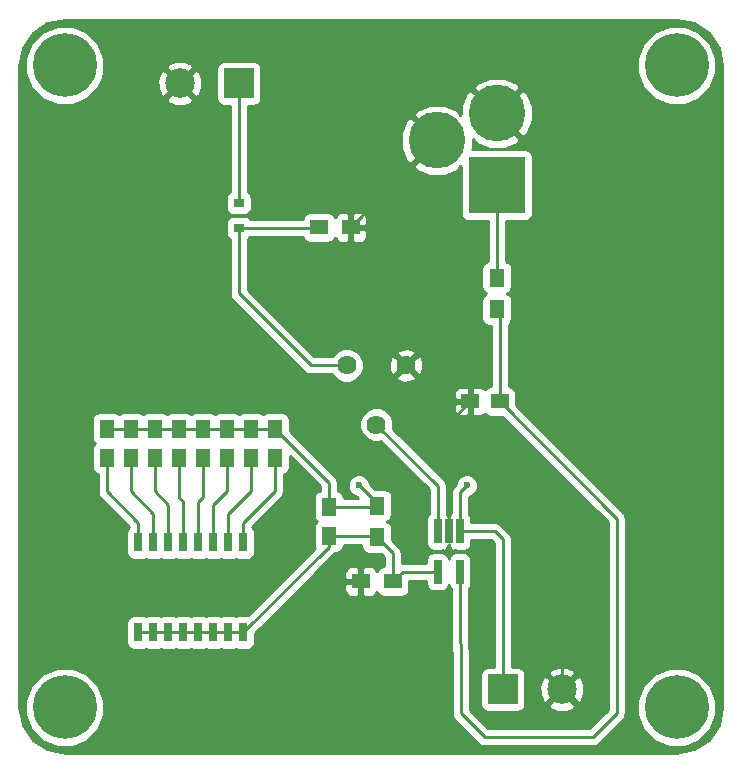
<source format=gbr>
G04 #@! TF.FileFunction,Copper,L1,Top,Signal*
%FSLAX46Y46*%
G04 Gerber Fmt 4.6, Leading zero omitted, Abs format (unit mm)*
G04 Created by KiCad (PCBNEW 4.0.6) date 03/04/18 21:13:50*
%MOMM*%
%LPD*%
G01*
G04 APERTURE LIST*
%ADD10C,0.100000*%
%ADD11C,4.800000*%
%ADD12R,4.800000X4.800000*%
%ADD13C,5.400000*%
%ADD14R,1.500000X1.250000*%
%ADD15R,2.500000X2.500000*%
%ADD16C,2.500000*%
%ADD17R,1.500000X1.300000*%
%ADD18R,1.300000X1.500000*%
%ADD19R,0.650000X2.000000*%
%ADD20R,0.900000X0.800000*%
%ADD21C,1.620000*%
%ADD22R,1.250000X1.500000*%
%ADD23R,0.760000X1.600000*%
%ADD24C,0.600000*%
%ADD25C,0.250000*%
%ADD26C,0.254000*%
G04 APERTURE END LIST*
D10*
D11*
X170688000Y-74672000D03*
D12*
X170688000Y-80772000D03*
D11*
X165608000Y-76962000D03*
D13*
X134112000Y-70612000D03*
X134112000Y-124968000D03*
X185928000Y-124968000D03*
D14*
X170922000Y-99060000D03*
X168422000Y-99060000D03*
D15*
X148844000Y-72136000D03*
D16*
X143844000Y-72136000D03*
D15*
X171196000Y-123444000D03*
D16*
X176196000Y-123444000D03*
D17*
X155622000Y-84328000D03*
X158322000Y-84328000D03*
X161878000Y-114300000D03*
X159178000Y-114300000D03*
D18*
X160528000Y-107870000D03*
X160528000Y-110570000D03*
X170688000Y-91266000D03*
X170688000Y-88566000D03*
D19*
X167574000Y-110050000D03*
X166624000Y-110050000D03*
X165674000Y-110050000D03*
X165674000Y-113470000D03*
X167574000Y-113470000D03*
D13*
X185928000Y-70612000D03*
D20*
X148844000Y-84362000D03*
X148844000Y-82262000D03*
D21*
X162988000Y-96012000D03*
X160488000Y-101012000D03*
X157988000Y-96012000D03*
D22*
X156464000Y-107970000D03*
X156464000Y-110470000D03*
X137668000Y-101366000D03*
X137668000Y-103866000D03*
X139700000Y-101366000D03*
X139700000Y-103866000D03*
X141732000Y-101366000D03*
X141732000Y-103866000D03*
X143764000Y-101366000D03*
X143764000Y-103866000D03*
X145796000Y-101366000D03*
X145796000Y-103866000D03*
X147828000Y-101366000D03*
X147828000Y-103866000D03*
X149860000Y-101366000D03*
X149860000Y-103866000D03*
X151892000Y-101366000D03*
X151892000Y-103866000D03*
D23*
X140335000Y-118618000D03*
X149225000Y-110998000D03*
X141605000Y-118618000D03*
X147955000Y-110998000D03*
X142875000Y-118618000D03*
X146685000Y-110998000D03*
X144145000Y-118618000D03*
X145415000Y-110998000D03*
X145415000Y-118618000D03*
X144145000Y-110998000D03*
X146685000Y-118618000D03*
X142875000Y-110998000D03*
X147955000Y-118618000D03*
X141605000Y-110998000D03*
X149225000Y-118618000D03*
X140335000Y-110998000D03*
D24*
X168148000Y-106172000D03*
X159004000Y-106172000D03*
D25*
X140335000Y-118618000D02*
X141605000Y-118618000D01*
X141605000Y-118618000D02*
X142875000Y-118618000D01*
X142875000Y-118618000D02*
X144145000Y-118618000D01*
X144145000Y-118618000D02*
X145415000Y-118618000D01*
X145415000Y-118618000D02*
X146685000Y-118618000D01*
X146685000Y-118618000D02*
X147955000Y-118618000D01*
X147955000Y-118618000D02*
X149225000Y-118618000D01*
X149225000Y-118618000D02*
X156464000Y-111379000D01*
X156464000Y-111379000D02*
X156464000Y-110470000D01*
X156464000Y-110470000D02*
X160428000Y-110470000D01*
X160428000Y-110470000D02*
X160528000Y-110570000D01*
X161878000Y-114300000D02*
X161878000Y-111920000D01*
X161878000Y-111920000D02*
X160528000Y-110570000D01*
X165674000Y-113470000D02*
X162708000Y-113470000D01*
X162708000Y-113470000D02*
X161878000Y-114300000D01*
X137668000Y-101366000D02*
X139700000Y-101366000D01*
X139700000Y-101366000D02*
X141732000Y-101366000D01*
X141732000Y-101366000D02*
X143764000Y-101366000D01*
X143764000Y-101366000D02*
X145796000Y-101366000D01*
X145796000Y-101366000D02*
X147828000Y-101366000D01*
X147828000Y-101366000D02*
X149860000Y-101366000D01*
X149860000Y-101366000D02*
X151892000Y-101366000D01*
X151892000Y-101366000D02*
X156464000Y-105938000D01*
X156464000Y-105938000D02*
X156464000Y-107970000D01*
X156464000Y-107970000D02*
X160428000Y-107970000D01*
X160428000Y-107970000D02*
X160528000Y-107870000D01*
X160528000Y-107870000D02*
X160528000Y-107696000D01*
X160528000Y-107696000D02*
X159004000Y-106172000D01*
X167574000Y-106746000D02*
X167574000Y-110050000D01*
X167574000Y-106746000D02*
X168148000Y-106172000D01*
X167574000Y-110050000D02*
X170502000Y-110050000D01*
X171196000Y-110744000D02*
X171196000Y-123444000D01*
X170502000Y-110050000D02*
X171196000Y-110744000D01*
X170922000Y-91500000D02*
X170922000Y-93706000D01*
X170922000Y-93706000D02*
X170922000Y-99060000D01*
X170922000Y-91500000D02*
X170688000Y-91266000D01*
X167574000Y-113470000D02*
X167640000Y-125476000D01*
X167640000Y-125476000D02*
X169672000Y-127508000D01*
X169672000Y-127508000D02*
X178816000Y-127508000D01*
X178816000Y-127508000D02*
X180848000Y-125476000D01*
X180848000Y-125476000D02*
X180848000Y-108986000D01*
X180848000Y-108986000D02*
X170922000Y-99060000D01*
X158322000Y-84328000D02*
X158322000Y-84248000D01*
X158322000Y-84248000D02*
X165608000Y-76962000D01*
X170688000Y-74672000D02*
X170684000Y-74672000D01*
X165608000Y-76962000D02*
X165608000Y-76708000D01*
X176196000Y-123444000D02*
X176196000Y-108124000D01*
X172212000Y-104140000D02*
X166624000Y-104140000D01*
X176196000Y-108124000D02*
X172212000Y-104140000D01*
X166624000Y-106172000D02*
X166624000Y-105664000D01*
X166624000Y-105664000D02*
X166624000Y-104140000D01*
X166624000Y-104140000D02*
X166624000Y-101092000D01*
X166624000Y-101092000D02*
X166624000Y-100858000D01*
X166624000Y-110050000D02*
X166624000Y-106172000D01*
X166624000Y-100858000D02*
X168422000Y-99060000D01*
X165988000Y-77772000D02*
X166116000Y-77724000D01*
X157988000Y-96012000D02*
X154940000Y-96012000D01*
X148844000Y-89916000D02*
X148844000Y-84362000D01*
X154940000Y-96012000D02*
X148844000Y-89916000D01*
X148844000Y-84362000D02*
X155588000Y-84362000D01*
X155588000Y-84362000D02*
X155622000Y-84328000D01*
X148844000Y-82262000D02*
X148844000Y-72136000D01*
X170688000Y-88566000D02*
X170688000Y-80772000D01*
X165674000Y-110050000D02*
X165674000Y-106198000D01*
X165674000Y-106198000D02*
X160488000Y-101012000D01*
X140335000Y-110998000D02*
X140335000Y-109347000D01*
X137668000Y-106680000D02*
X137668000Y-103866000D01*
X140335000Y-109347000D02*
X137668000Y-106680000D01*
X141605000Y-110998000D02*
X141605000Y-108585000D01*
X139700000Y-106680000D02*
X139700000Y-103866000D01*
X141605000Y-108585000D02*
X139700000Y-106680000D01*
X142875000Y-110998000D02*
X142875000Y-107823000D01*
X141732000Y-106680000D02*
X141732000Y-103866000D01*
X142875000Y-107823000D02*
X141732000Y-106680000D01*
X144145000Y-110998000D02*
X144145000Y-107569000D01*
X143764000Y-107188000D02*
X143764000Y-103866000D01*
X144145000Y-107569000D02*
X143764000Y-107188000D01*
X145415000Y-110998000D02*
X145415000Y-107569000D01*
X145796000Y-107188000D02*
X145796000Y-103866000D01*
X145415000Y-107569000D02*
X145796000Y-107188000D01*
X146685000Y-110998000D02*
X146685000Y-107823000D01*
X147828000Y-106680000D02*
X147828000Y-103866000D01*
X146685000Y-107823000D02*
X147828000Y-106680000D01*
X147955000Y-110998000D02*
X147955000Y-108585000D01*
X149860000Y-106680000D02*
X149860000Y-103866000D01*
X147955000Y-108585000D02*
X149860000Y-106680000D01*
X149225000Y-110998000D02*
X149225000Y-109347000D01*
X151892000Y-106680000D02*
X151892000Y-103866000D01*
X149225000Y-109347000D02*
X151892000Y-106680000D01*
D26*
G36*
X187400600Y-67056828D02*
X188649011Y-67890989D01*
X189483171Y-69139400D01*
X189790000Y-70681931D01*
X189790000Y-124898069D01*
X189483171Y-126440600D01*
X188649011Y-127689011D01*
X187400600Y-128523172D01*
X185858069Y-128830000D01*
X134181931Y-128830000D01*
X132639400Y-128523171D01*
X131390989Y-127689011D01*
X130556828Y-126440600D01*
X130395284Y-125628462D01*
X130776422Y-125628462D01*
X131283076Y-126854658D01*
X132220407Y-127793627D01*
X133445717Y-128302420D01*
X134772462Y-128303578D01*
X135998658Y-127796924D01*
X136937627Y-126859593D01*
X137446420Y-125634283D01*
X137447578Y-124307538D01*
X136940924Y-123081342D01*
X136003593Y-122142373D01*
X134778283Y-121633580D01*
X133451538Y-121632422D01*
X132225342Y-122139076D01*
X131286373Y-123076407D01*
X130777580Y-124301717D01*
X130776422Y-125628462D01*
X130395284Y-125628462D01*
X130250000Y-124898069D01*
X130250000Y-100616000D01*
X136395560Y-100616000D01*
X136395560Y-102116000D01*
X136439838Y-102351317D01*
X136578910Y-102567441D01*
X136648711Y-102615134D01*
X136591559Y-102651910D01*
X136446569Y-102864110D01*
X136395560Y-103116000D01*
X136395560Y-104616000D01*
X136439838Y-104851317D01*
X136578910Y-105067441D01*
X136791110Y-105212431D01*
X136908000Y-105236102D01*
X136908000Y-106680000D01*
X136965852Y-106970839D01*
X137130599Y-107217401D01*
X139575000Y-109661802D01*
X139575000Y-109687939D01*
X139503559Y-109733910D01*
X139358569Y-109946110D01*
X139307560Y-110198000D01*
X139307560Y-111798000D01*
X139351838Y-112033317D01*
X139490910Y-112249441D01*
X139703110Y-112394431D01*
X139955000Y-112445440D01*
X140715000Y-112445440D01*
X140950317Y-112401162D01*
X140967129Y-112390344D01*
X140973110Y-112394431D01*
X141225000Y-112445440D01*
X141985000Y-112445440D01*
X142220317Y-112401162D01*
X142237129Y-112390344D01*
X142243110Y-112394431D01*
X142495000Y-112445440D01*
X143255000Y-112445440D01*
X143490317Y-112401162D01*
X143507129Y-112390344D01*
X143513110Y-112394431D01*
X143765000Y-112445440D01*
X144525000Y-112445440D01*
X144760317Y-112401162D01*
X144777129Y-112390344D01*
X144783110Y-112394431D01*
X145035000Y-112445440D01*
X145795000Y-112445440D01*
X146030317Y-112401162D01*
X146047129Y-112390344D01*
X146053110Y-112394431D01*
X146305000Y-112445440D01*
X147065000Y-112445440D01*
X147300317Y-112401162D01*
X147317129Y-112390344D01*
X147323110Y-112394431D01*
X147575000Y-112445440D01*
X148335000Y-112445440D01*
X148570317Y-112401162D01*
X148587129Y-112390344D01*
X148593110Y-112394431D01*
X148845000Y-112445440D01*
X149605000Y-112445440D01*
X149840317Y-112401162D01*
X150056441Y-112262090D01*
X150201431Y-112049890D01*
X150252440Y-111798000D01*
X150252440Y-110198000D01*
X150208162Y-109962683D01*
X150069090Y-109746559D01*
X149985000Y-109689103D01*
X149985000Y-109661802D01*
X152429401Y-107217401D01*
X152594148Y-106970839D01*
X152652000Y-106680000D01*
X152652000Y-105238038D01*
X152752317Y-105219162D01*
X152968441Y-105080090D01*
X153113431Y-104867890D01*
X153164440Y-104616000D01*
X153164440Y-103713242D01*
X155704000Y-106252802D01*
X155704000Y-106597962D01*
X155603683Y-106616838D01*
X155387559Y-106755910D01*
X155242569Y-106968110D01*
X155191560Y-107220000D01*
X155191560Y-108720000D01*
X155235838Y-108955317D01*
X155374910Y-109171441D01*
X155444711Y-109219134D01*
X155387559Y-109255910D01*
X155242569Y-109468110D01*
X155191560Y-109720000D01*
X155191560Y-111220000D01*
X155235838Y-111455317D01*
X155266003Y-111502195D01*
X149597638Y-117170560D01*
X148845000Y-117170560D01*
X148609683Y-117214838D01*
X148592871Y-117225656D01*
X148586890Y-117221569D01*
X148335000Y-117170560D01*
X147575000Y-117170560D01*
X147339683Y-117214838D01*
X147322871Y-117225656D01*
X147316890Y-117221569D01*
X147065000Y-117170560D01*
X146305000Y-117170560D01*
X146069683Y-117214838D01*
X146052871Y-117225656D01*
X146046890Y-117221569D01*
X145795000Y-117170560D01*
X145035000Y-117170560D01*
X144799683Y-117214838D01*
X144782871Y-117225656D01*
X144776890Y-117221569D01*
X144525000Y-117170560D01*
X143765000Y-117170560D01*
X143529683Y-117214838D01*
X143512871Y-117225656D01*
X143506890Y-117221569D01*
X143255000Y-117170560D01*
X142495000Y-117170560D01*
X142259683Y-117214838D01*
X142242871Y-117225656D01*
X142236890Y-117221569D01*
X141985000Y-117170560D01*
X141225000Y-117170560D01*
X140989683Y-117214838D01*
X140972871Y-117225656D01*
X140966890Y-117221569D01*
X140715000Y-117170560D01*
X139955000Y-117170560D01*
X139719683Y-117214838D01*
X139503559Y-117353910D01*
X139358569Y-117566110D01*
X139307560Y-117818000D01*
X139307560Y-119418000D01*
X139351838Y-119653317D01*
X139490910Y-119869441D01*
X139703110Y-120014431D01*
X139955000Y-120065440D01*
X140715000Y-120065440D01*
X140950317Y-120021162D01*
X140967129Y-120010344D01*
X140973110Y-120014431D01*
X141225000Y-120065440D01*
X141985000Y-120065440D01*
X142220317Y-120021162D01*
X142237129Y-120010344D01*
X142243110Y-120014431D01*
X142495000Y-120065440D01*
X143255000Y-120065440D01*
X143490317Y-120021162D01*
X143507129Y-120010344D01*
X143513110Y-120014431D01*
X143765000Y-120065440D01*
X144525000Y-120065440D01*
X144760317Y-120021162D01*
X144777129Y-120010344D01*
X144783110Y-120014431D01*
X145035000Y-120065440D01*
X145795000Y-120065440D01*
X146030317Y-120021162D01*
X146047129Y-120010344D01*
X146053110Y-120014431D01*
X146305000Y-120065440D01*
X147065000Y-120065440D01*
X147300317Y-120021162D01*
X147317129Y-120010344D01*
X147323110Y-120014431D01*
X147575000Y-120065440D01*
X148335000Y-120065440D01*
X148570317Y-120021162D01*
X148587129Y-120010344D01*
X148593110Y-120014431D01*
X148845000Y-120065440D01*
X149605000Y-120065440D01*
X149840317Y-120021162D01*
X150056441Y-119882090D01*
X150201431Y-119669890D01*
X150252440Y-119418000D01*
X150252440Y-118665362D01*
X154332052Y-114585750D01*
X157793000Y-114585750D01*
X157793000Y-115076310D01*
X157889673Y-115309699D01*
X158068302Y-115488327D01*
X158301691Y-115585000D01*
X158892250Y-115585000D01*
X159051000Y-115426250D01*
X159051000Y-114427000D01*
X157951750Y-114427000D01*
X157793000Y-114585750D01*
X154332052Y-114585750D01*
X155394112Y-113523690D01*
X157793000Y-113523690D01*
X157793000Y-114014250D01*
X157951750Y-114173000D01*
X159051000Y-114173000D01*
X159051000Y-113173750D01*
X158892250Y-113015000D01*
X158301691Y-113015000D01*
X158068302Y-113111673D01*
X157889673Y-113290301D01*
X157793000Y-113523690D01*
X155394112Y-113523690D01*
X157001401Y-111916401D01*
X157034116Y-111867440D01*
X157089000Y-111867440D01*
X157324317Y-111823162D01*
X157540441Y-111684090D01*
X157685431Y-111471890D01*
X157734415Y-111230000D01*
X159230560Y-111230000D01*
X159230560Y-111320000D01*
X159274838Y-111555317D01*
X159413910Y-111771441D01*
X159626110Y-111916431D01*
X159878000Y-111967440D01*
X160850638Y-111967440D01*
X161118000Y-112234802D01*
X161118000Y-113004442D01*
X160892683Y-113046838D01*
X160676559Y-113185910D01*
X160531569Y-113398110D01*
X160524809Y-113431490D01*
X160466327Y-113290301D01*
X160287698Y-113111673D01*
X160054309Y-113015000D01*
X159463750Y-113015000D01*
X159305000Y-113173750D01*
X159305000Y-114173000D01*
X159325000Y-114173000D01*
X159325000Y-114427000D01*
X159305000Y-114427000D01*
X159305000Y-115426250D01*
X159463750Y-115585000D01*
X160054309Y-115585000D01*
X160287698Y-115488327D01*
X160466327Y-115309699D01*
X160522654Y-115173713D01*
X160524838Y-115185317D01*
X160663910Y-115401441D01*
X160876110Y-115546431D01*
X161128000Y-115597440D01*
X162628000Y-115597440D01*
X162863317Y-115553162D01*
X163079441Y-115414090D01*
X163224431Y-115201890D01*
X163275440Y-114950000D01*
X163275440Y-114230000D01*
X164701560Y-114230000D01*
X164701560Y-114470000D01*
X164745838Y-114705317D01*
X164884910Y-114921441D01*
X165097110Y-115066431D01*
X165349000Y-115117440D01*
X165999000Y-115117440D01*
X166234317Y-115073162D01*
X166450441Y-114934090D01*
X166595431Y-114721890D01*
X166623176Y-114584880D01*
X166645838Y-114705317D01*
X166784910Y-114921441D01*
X166822107Y-114946856D01*
X166880011Y-125480177D01*
X166909337Y-125623485D01*
X166937852Y-125766839D01*
X166939034Y-125768608D01*
X166939461Y-125770694D01*
X167021379Y-125891846D01*
X167102599Y-126013401D01*
X169134599Y-128045401D01*
X169381161Y-128210148D01*
X169672000Y-128268000D01*
X178816000Y-128268000D01*
X179106839Y-128210148D01*
X179353401Y-128045401D01*
X181385401Y-126013401D01*
X181550148Y-125766839D01*
X181577673Y-125628462D01*
X182592422Y-125628462D01*
X183099076Y-126854658D01*
X184036407Y-127793627D01*
X185261717Y-128302420D01*
X186588462Y-128303578D01*
X187814658Y-127796924D01*
X188753627Y-126859593D01*
X189262420Y-125634283D01*
X189263578Y-124307538D01*
X188756924Y-123081342D01*
X187819593Y-122142373D01*
X186594283Y-121633580D01*
X185267538Y-121632422D01*
X184041342Y-122139076D01*
X183102373Y-123076407D01*
X182593580Y-124301717D01*
X182592422Y-125628462D01*
X181577673Y-125628462D01*
X181608000Y-125476000D01*
X181608000Y-108986000D01*
X181550148Y-108695161D01*
X181385401Y-108448599D01*
X172319440Y-99382638D01*
X172319440Y-98435000D01*
X172275162Y-98199683D01*
X172136090Y-97983559D01*
X171923890Y-97838569D01*
X171682000Y-97789585D01*
X171682000Y-92549226D01*
X171789441Y-92480090D01*
X171934431Y-92267890D01*
X171985440Y-92016000D01*
X171985440Y-90516000D01*
X171941162Y-90280683D01*
X171802090Y-90064559D01*
X171589890Y-89919569D01*
X171576803Y-89916919D01*
X171789441Y-89780090D01*
X171934431Y-89567890D01*
X171985440Y-89316000D01*
X171985440Y-87816000D01*
X171941162Y-87580683D01*
X171802090Y-87364559D01*
X171589890Y-87219569D01*
X171448000Y-87190836D01*
X171448000Y-83819440D01*
X173088000Y-83819440D01*
X173323317Y-83775162D01*
X173539441Y-83636090D01*
X173684431Y-83423890D01*
X173735440Y-83172000D01*
X173735440Y-78372000D01*
X173691162Y-78136683D01*
X173552090Y-77920559D01*
X173339890Y-77775569D01*
X173088000Y-77724560D01*
X168576371Y-77724560D01*
X168644072Y-77560287D01*
X168642889Y-76896719D01*
X168703887Y-76835721D01*
X168973400Y-77248010D01*
X170089713Y-77708072D01*
X171297109Y-77705919D01*
X172402600Y-77248010D01*
X172672114Y-76835719D01*
X170688000Y-74851605D01*
X170673858Y-74865748D01*
X170494253Y-74686143D01*
X170508395Y-74672000D01*
X170867605Y-74672000D01*
X172851719Y-76656114D01*
X173264010Y-76386600D01*
X173724072Y-75270287D01*
X173721919Y-74062891D01*
X173264010Y-72957400D01*
X172851719Y-72687886D01*
X170867605Y-74672000D01*
X170508395Y-74672000D01*
X168524281Y-72687886D01*
X168111990Y-72957400D01*
X167651928Y-74073713D01*
X167653111Y-74737281D01*
X167592113Y-74798279D01*
X167322600Y-74385990D01*
X166206287Y-73925928D01*
X164998891Y-73928081D01*
X163893400Y-74385990D01*
X163623886Y-74798281D01*
X165608000Y-76782395D01*
X165622143Y-76768253D01*
X165801748Y-76947858D01*
X165787605Y-76962000D01*
X165801748Y-76976143D01*
X165622143Y-77155748D01*
X165608000Y-77141605D01*
X163623886Y-79125719D01*
X163893400Y-79538010D01*
X165009713Y-79998072D01*
X166217109Y-79995919D01*
X167322600Y-79538010D01*
X167592113Y-79125721D01*
X167640560Y-79174168D01*
X167640560Y-83172000D01*
X167684838Y-83407317D01*
X167823910Y-83623441D01*
X168036110Y-83768431D01*
X168288000Y-83819440D01*
X169928000Y-83819440D01*
X169928000Y-87189258D01*
X169802683Y-87212838D01*
X169586559Y-87351910D01*
X169441569Y-87564110D01*
X169390560Y-87816000D01*
X169390560Y-89316000D01*
X169434838Y-89551317D01*
X169573910Y-89767441D01*
X169786110Y-89912431D01*
X169799197Y-89915081D01*
X169586559Y-90051910D01*
X169441569Y-90264110D01*
X169390560Y-90516000D01*
X169390560Y-92016000D01*
X169434838Y-92251317D01*
X169573910Y-92467441D01*
X169786110Y-92612431D01*
X170038000Y-92663440D01*
X170162000Y-92663440D01*
X170162000Y-97789442D01*
X169936683Y-97831838D01*
X169720559Y-97970910D01*
X169674031Y-98039006D01*
X169531698Y-97896673D01*
X169298309Y-97800000D01*
X168707750Y-97800000D01*
X168549000Y-97958750D01*
X168549000Y-98933000D01*
X168569000Y-98933000D01*
X168569000Y-99187000D01*
X168549000Y-99187000D01*
X168549000Y-100161250D01*
X168707750Y-100320000D01*
X169298309Y-100320000D01*
X169531698Y-100223327D01*
X169672936Y-100082090D01*
X169707910Y-100136441D01*
X169920110Y-100281431D01*
X170172000Y-100332440D01*
X171119638Y-100332440D01*
X180088000Y-109300802D01*
X180088000Y-125161198D01*
X178501198Y-126748000D01*
X169986802Y-126748000D01*
X168398272Y-125159470D01*
X168342090Y-114939464D01*
X168350441Y-114934090D01*
X168495431Y-114721890D01*
X168546440Y-114470000D01*
X168546440Y-112470000D01*
X168502162Y-112234683D01*
X168363090Y-112018559D01*
X168150890Y-111873569D01*
X167899000Y-111822560D01*
X167249000Y-111822560D01*
X167013683Y-111866838D01*
X166797559Y-112005910D01*
X166652569Y-112218110D01*
X166624824Y-112355120D01*
X166602162Y-112234683D01*
X166463090Y-112018559D01*
X166250890Y-111873569D01*
X165999000Y-111822560D01*
X165349000Y-111822560D01*
X165113683Y-111866838D01*
X164897559Y-112005910D01*
X164752569Y-112218110D01*
X164701560Y-112470000D01*
X164701560Y-112710000D01*
X162708000Y-112710000D01*
X162638000Y-112723924D01*
X162638000Y-111920000D01*
X162617399Y-111816431D01*
X162580148Y-111629160D01*
X162415401Y-111382599D01*
X161825440Y-110792638D01*
X161825440Y-109820000D01*
X161781162Y-109584683D01*
X161642090Y-109368559D01*
X161429890Y-109223569D01*
X161416803Y-109220919D01*
X161629441Y-109084090D01*
X161774431Y-108871890D01*
X161825440Y-108620000D01*
X161825440Y-107120000D01*
X161781162Y-106884683D01*
X161642090Y-106668559D01*
X161429890Y-106523569D01*
X161178000Y-106472560D01*
X160379362Y-106472560D01*
X159939122Y-106032320D01*
X159939162Y-105986833D01*
X159797117Y-105643057D01*
X159534327Y-105379808D01*
X159190799Y-105237162D01*
X158818833Y-105236838D01*
X158475057Y-105378883D01*
X158211808Y-105641673D01*
X158069162Y-105985201D01*
X158068838Y-106357167D01*
X158210883Y-106700943D01*
X158473673Y-106964192D01*
X158817201Y-107106838D01*
X158864077Y-107106879D01*
X158967198Y-107210000D01*
X157734558Y-107210000D01*
X157692162Y-106984683D01*
X157553090Y-106768559D01*
X157340890Y-106623569D01*
X157224000Y-106599898D01*
X157224000Y-105938000D01*
X157166148Y-105647161D01*
X157166148Y-105647160D01*
X157001401Y-105400599D01*
X153164440Y-101563638D01*
X153164440Y-101298167D01*
X159042750Y-101298167D01*
X159262275Y-101829457D01*
X159668405Y-102236297D01*
X160199311Y-102456748D01*
X160774167Y-102457250D01*
X160833806Y-102432608D01*
X164914000Y-106512802D01*
X164914000Y-108575331D01*
X164897559Y-108585910D01*
X164752569Y-108798110D01*
X164701560Y-109050000D01*
X164701560Y-111050000D01*
X164745838Y-111285317D01*
X164884910Y-111501441D01*
X165097110Y-111646431D01*
X165349000Y-111697440D01*
X165999000Y-111697440D01*
X166139086Y-111671081D01*
X166172690Y-111685000D01*
X166338250Y-111685000D01*
X166497000Y-111526250D01*
X166497000Y-111445949D01*
X166595431Y-111301890D01*
X166623176Y-111164880D01*
X166645838Y-111285317D01*
X166751000Y-111448743D01*
X166751000Y-111526250D01*
X166909750Y-111685000D01*
X167075310Y-111685000D01*
X167112171Y-111669732D01*
X167249000Y-111697440D01*
X167899000Y-111697440D01*
X168134317Y-111653162D01*
X168350441Y-111514090D01*
X168495431Y-111301890D01*
X168546440Y-111050000D01*
X168546440Y-110810000D01*
X170187198Y-110810000D01*
X170436000Y-111058802D01*
X170436000Y-121546560D01*
X169946000Y-121546560D01*
X169710683Y-121590838D01*
X169494559Y-121729910D01*
X169349569Y-121942110D01*
X169298560Y-122194000D01*
X169298560Y-124694000D01*
X169342838Y-124929317D01*
X169481910Y-125145441D01*
X169694110Y-125290431D01*
X169946000Y-125341440D01*
X172446000Y-125341440D01*
X172681317Y-125297162D01*
X172897441Y-125158090D01*
X173042431Y-124945890D01*
X173076567Y-124777320D01*
X175042285Y-124777320D01*
X175171533Y-125070123D01*
X175871806Y-125338388D01*
X176621435Y-125318250D01*
X177220467Y-125070123D01*
X177349715Y-124777320D01*
X176196000Y-123623605D01*
X175042285Y-124777320D01*
X173076567Y-124777320D01*
X173093440Y-124694000D01*
X173093440Y-123119806D01*
X174301612Y-123119806D01*
X174321750Y-123869435D01*
X174569877Y-124468467D01*
X174862680Y-124597715D01*
X176016395Y-123444000D01*
X176375605Y-123444000D01*
X177529320Y-124597715D01*
X177822123Y-124468467D01*
X178090388Y-123768194D01*
X178070250Y-123018565D01*
X177822123Y-122419533D01*
X177529320Y-122290285D01*
X176375605Y-123444000D01*
X176016395Y-123444000D01*
X174862680Y-122290285D01*
X174569877Y-122419533D01*
X174301612Y-123119806D01*
X173093440Y-123119806D01*
X173093440Y-122194000D01*
X173077763Y-122110680D01*
X175042285Y-122110680D01*
X176196000Y-123264395D01*
X177349715Y-122110680D01*
X177220467Y-121817877D01*
X176520194Y-121549612D01*
X175770565Y-121569750D01*
X175171533Y-121817877D01*
X175042285Y-122110680D01*
X173077763Y-122110680D01*
X173049162Y-121958683D01*
X172910090Y-121742559D01*
X172697890Y-121597569D01*
X172446000Y-121546560D01*
X171956000Y-121546560D01*
X171956000Y-110744000D01*
X171898148Y-110453161D01*
X171898148Y-110453160D01*
X171733401Y-110206599D01*
X171039401Y-109512599D01*
X170792839Y-109347852D01*
X170502000Y-109290000D01*
X168546440Y-109290000D01*
X168546440Y-109050000D01*
X168502162Y-108814683D01*
X168363090Y-108598559D01*
X168334000Y-108578683D01*
X168334000Y-107106818D01*
X168676943Y-106965117D01*
X168940192Y-106702327D01*
X169082838Y-106358799D01*
X169083162Y-105986833D01*
X168941117Y-105643057D01*
X168678327Y-105379808D01*
X168334799Y-105237162D01*
X167962833Y-105236838D01*
X167619057Y-105378883D01*
X167355808Y-105641673D01*
X167213162Y-105985201D01*
X167213121Y-106032077D01*
X167036599Y-106208599D01*
X166871852Y-106455161D01*
X166814000Y-106746000D01*
X166814000Y-108510750D01*
X166751000Y-108573750D01*
X166751000Y-108654051D01*
X166652569Y-108798110D01*
X166624824Y-108935120D01*
X166602162Y-108814683D01*
X166497000Y-108651257D01*
X166497000Y-108573750D01*
X166434000Y-108510750D01*
X166434000Y-106198000D01*
X166376148Y-105907161D01*
X166211401Y-105660599D01*
X161908907Y-101358105D01*
X161932748Y-101300689D01*
X161933250Y-100725833D01*
X161713725Y-100194543D01*
X161307595Y-99787703D01*
X160776689Y-99567252D01*
X160201833Y-99566750D01*
X159670543Y-99786275D01*
X159263703Y-100192405D01*
X159043252Y-100723311D01*
X159042750Y-101298167D01*
X153164440Y-101298167D01*
X153164440Y-100616000D01*
X153120162Y-100380683D01*
X152981090Y-100164559D01*
X152768890Y-100019569D01*
X152517000Y-99968560D01*
X151267000Y-99968560D01*
X151031683Y-100012838D01*
X150874793Y-100113794D01*
X150736890Y-100019569D01*
X150485000Y-99968560D01*
X149235000Y-99968560D01*
X148999683Y-100012838D01*
X148842793Y-100113794D01*
X148704890Y-100019569D01*
X148453000Y-99968560D01*
X147203000Y-99968560D01*
X146967683Y-100012838D01*
X146810793Y-100113794D01*
X146672890Y-100019569D01*
X146421000Y-99968560D01*
X145171000Y-99968560D01*
X144935683Y-100012838D01*
X144778793Y-100113794D01*
X144640890Y-100019569D01*
X144389000Y-99968560D01*
X143139000Y-99968560D01*
X142903683Y-100012838D01*
X142746793Y-100113794D01*
X142608890Y-100019569D01*
X142357000Y-99968560D01*
X141107000Y-99968560D01*
X140871683Y-100012838D01*
X140714793Y-100113794D01*
X140576890Y-100019569D01*
X140325000Y-99968560D01*
X139075000Y-99968560D01*
X138839683Y-100012838D01*
X138682793Y-100113794D01*
X138544890Y-100019569D01*
X138293000Y-99968560D01*
X137043000Y-99968560D01*
X136807683Y-100012838D01*
X136591559Y-100151910D01*
X136446569Y-100364110D01*
X136395560Y-100616000D01*
X130250000Y-100616000D01*
X130250000Y-99345750D01*
X167037000Y-99345750D01*
X167037000Y-99811310D01*
X167133673Y-100044699D01*
X167312302Y-100223327D01*
X167545691Y-100320000D01*
X168136250Y-100320000D01*
X168295000Y-100161250D01*
X168295000Y-99187000D01*
X167195750Y-99187000D01*
X167037000Y-99345750D01*
X130250000Y-99345750D01*
X130250000Y-98308690D01*
X167037000Y-98308690D01*
X167037000Y-98774250D01*
X167195750Y-98933000D01*
X168295000Y-98933000D01*
X168295000Y-97958750D01*
X168136250Y-97800000D01*
X167545691Y-97800000D01*
X167312302Y-97896673D01*
X167133673Y-98075301D01*
X167037000Y-98308690D01*
X130250000Y-98308690D01*
X130250000Y-83962000D01*
X147746560Y-83962000D01*
X147746560Y-84762000D01*
X147790838Y-84997317D01*
X147929910Y-85213441D01*
X148084000Y-85318726D01*
X148084000Y-89916000D01*
X148141852Y-90206839D01*
X148306599Y-90453401D01*
X154402599Y-96549401D01*
X154649161Y-96714148D01*
X154940000Y-96772000D01*
X156738534Y-96772000D01*
X156762275Y-96829457D01*
X157168405Y-97236297D01*
X157699311Y-97456748D01*
X158274167Y-97457250D01*
X158805457Y-97237725D01*
X159016562Y-97026988D01*
X162152617Y-97026988D01*
X162227980Y-97274144D01*
X162768834Y-97468916D01*
X163343055Y-97441886D01*
X163748020Y-97274144D01*
X163823383Y-97026988D01*
X162988000Y-96191605D01*
X162152617Y-97026988D01*
X159016562Y-97026988D01*
X159212297Y-96831595D01*
X159432748Y-96300689D01*
X159433191Y-95792834D01*
X161531084Y-95792834D01*
X161558114Y-96367055D01*
X161725856Y-96772020D01*
X161973012Y-96847383D01*
X162808395Y-96012000D01*
X163167605Y-96012000D01*
X164002988Y-96847383D01*
X164250144Y-96772020D01*
X164444916Y-96231166D01*
X164417886Y-95656945D01*
X164250144Y-95251980D01*
X164002988Y-95176617D01*
X163167605Y-96012000D01*
X162808395Y-96012000D01*
X161973012Y-95176617D01*
X161725856Y-95251980D01*
X161531084Y-95792834D01*
X159433191Y-95792834D01*
X159433250Y-95725833D01*
X159213725Y-95194543D01*
X159016539Y-94997012D01*
X162152617Y-94997012D01*
X162988000Y-95832395D01*
X163823383Y-94997012D01*
X163748020Y-94749856D01*
X163207166Y-94555084D01*
X162632945Y-94582114D01*
X162227980Y-94749856D01*
X162152617Y-94997012D01*
X159016539Y-94997012D01*
X158807595Y-94787703D01*
X158276689Y-94567252D01*
X157701833Y-94566750D01*
X157170543Y-94786275D01*
X156763703Y-95192405D01*
X156738957Y-95252000D01*
X155254802Y-95252000D01*
X149604000Y-89601198D01*
X149604000Y-85317105D01*
X149745441Y-85226090D01*
X149816563Y-85122000D01*
X154251656Y-85122000D01*
X154268838Y-85213317D01*
X154407910Y-85429441D01*
X154620110Y-85574431D01*
X154872000Y-85625440D01*
X156372000Y-85625440D01*
X156607317Y-85581162D01*
X156823441Y-85442090D01*
X156968431Y-85229890D01*
X156975191Y-85196510D01*
X157033673Y-85337699D01*
X157212302Y-85516327D01*
X157445691Y-85613000D01*
X158036250Y-85613000D01*
X158195000Y-85454250D01*
X158195000Y-84455000D01*
X158449000Y-84455000D01*
X158449000Y-85454250D01*
X158607750Y-85613000D01*
X159198309Y-85613000D01*
X159431698Y-85516327D01*
X159610327Y-85337699D01*
X159707000Y-85104310D01*
X159707000Y-84613750D01*
X159548250Y-84455000D01*
X158449000Y-84455000D01*
X158195000Y-84455000D01*
X158175000Y-84455000D01*
X158175000Y-84201000D01*
X158195000Y-84201000D01*
X158195000Y-83201750D01*
X158449000Y-83201750D01*
X158449000Y-84201000D01*
X159548250Y-84201000D01*
X159707000Y-84042250D01*
X159707000Y-83551690D01*
X159610327Y-83318301D01*
X159431698Y-83139673D01*
X159198309Y-83043000D01*
X158607750Y-83043000D01*
X158449000Y-83201750D01*
X158195000Y-83201750D01*
X158036250Y-83043000D01*
X157445691Y-83043000D01*
X157212302Y-83139673D01*
X157033673Y-83318301D01*
X156977346Y-83454287D01*
X156975162Y-83442683D01*
X156836090Y-83226559D01*
X156623890Y-83081569D01*
X156372000Y-83030560D01*
X154872000Y-83030560D01*
X154636683Y-83074838D01*
X154420559Y-83213910D01*
X154275569Y-83426110D01*
X154239950Y-83602000D01*
X149816931Y-83602000D01*
X149758090Y-83510559D01*
X149545890Y-83365569D01*
X149294000Y-83314560D01*
X148394000Y-83314560D01*
X148158683Y-83358838D01*
X147942559Y-83497910D01*
X147797569Y-83710110D01*
X147746560Y-83962000D01*
X130250000Y-83962000D01*
X130250000Y-71272462D01*
X130776422Y-71272462D01*
X131283076Y-72498658D01*
X132220407Y-73437627D01*
X133445717Y-73946420D01*
X134772462Y-73947578D01*
X135929934Y-73469320D01*
X142690285Y-73469320D01*
X142819533Y-73762123D01*
X143519806Y-74030388D01*
X144269435Y-74010250D01*
X144868467Y-73762123D01*
X144997715Y-73469320D01*
X143844000Y-72315605D01*
X142690285Y-73469320D01*
X135929934Y-73469320D01*
X135998658Y-73440924D01*
X136937627Y-72503593D01*
X137224881Y-71811806D01*
X141949612Y-71811806D01*
X141969750Y-72561435D01*
X142217877Y-73160467D01*
X142510680Y-73289715D01*
X143664395Y-72136000D01*
X144023605Y-72136000D01*
X145177320Y-73289715D01*
X145470123Y-73160467D01*
X145738388Y-72460194D01*
X145718250Y-71710565D01*
X145470123Y-71111533D01*
X145177320Y-70982285D01*
X144023605Y-72136000D01*
X143664395Y-72136000D01*
X142510680Y-70982285D01*
X142217877Y-71111533D01*
X141949612Y-71811806D01*
X137224881Y-71811806D01*
X137446420Y-71278283D01*
X137446835Y-70802680D01*
X142690285Y-70802680D01*
X143844000Y-71956395D01*
X144914395Y-70886000D01*
X146946560Y-70886000D01*
X146946560Y-73386000D01*
X146990838Y-73621317D01*
X147129910Y-73837441D01*
X147342110Y-73982431D01*
X147594000Y-74033440D01*
X148084000Y-74033440D01*
X148084000Y-81306895D01*
X147942559Y-81397910D01*
X147797569Y-81610110D01*
X147746560Y-81862000D01*
X147746560Y-82662000D01*
X147790838Y-82897317D01*
X147929910Y-83113441D01*
X148142110Y-83258431D01*
X148394000Y-83309440D01*
X149294000Y-83309440D01*
X149529317Y-83265162D01*
X149745441Y-83126090D01*
X149890431Y-82913890D01*
X149941440Y-82662000D01*
X149941440Y-81862000D01*
X149897162Y-81626683D01*
X149758090Y-81410559D01*
X149604000Y-81305274D01*
X149604000Y-76363713D01*
X162571928Y-76363713D01*
X162574081Y-77571109D01*
X163031990Y-78676600D01*
X163444281Y-78946114D01*
X165428395Y-76962000D01*
X163444281Y-74977886D01*
X163031990Y-75247400D01*
X162571928Y-76363713D01*
X149604000Y-76363713D01*
X149604000Y-74033440D01*
X150094000Y-74033440D01*
X150329317Y-73989162D01*
X150545441Y-73850090D01*
X150690431Y-73637890D01*
X150741440Y-73386000D01*
X150741440Y-72508281D01*
X168703886Y-72508281D01*
X170688000Y-74492395D01*
X172672114Y-72508281D01*
X172402600Y-72095990D01*
X171286287Y-71635928D01*
X170078891Y-71638081D01*
X168973400Y-72095990D01*
X168703886Y-72508281D01*
X150741440Y-72508281D01*
X150741440Y-71272462D01*
X182592422Y-71272462D01*
X183099076Y-72498658D01*
X184036407Y-73437627D01*
X185261717Y-73946420D01*
X186588462Y-73947578D01*
X187814658Y-73440924D01*
X188753627Y-72503593D01*
X189262420Y-71278283D01*
X189263578Y-69951538D01*
X188756924Y-68725342D01*
X187819593Y-67786373D01*
X186594283Y-67277580D01*
X185267538Y-67276422D01*
X184041342Y-67783076D01*
X183102373Y-68720407D01*
X182593580Y-69945717D01*
X182592422Y-71272462D01*
X150741440Y-71272462D01*
X150741440Y-70886000D01*
X150697162Y-70650683D01*
X150558090Y-70434559D01*
X150345890Y-70289569D01*
X150094000Y-70238560D01*
X147594000Y-70238560D01*
X147358683Y-70282838D01*
X147142559Y-70421910D01*
X146997569Y-70634110D01*
X146946560Y-70886000D01*
X144914395Y-70886000D01*
X144997715Y-70802680D01*
X144868467Y-70509877D01*
X144168194Y-70241612D01*
X143418565Y-70261750D01*
X142819533Y-70509877D01*
X142690285Y-70802680D01*
X137446835Y-70802680D01*
X137447578Y-69951538D01*
X136940924Y-68725342D01*
X136003593Y-67786373D01*
X134778283Y-67277580D01*
X133451538Y-67276422D01*
X132225342Y-67783076D01*
X131286373Y-68720407D01*
X130777580Y-69945717D01*
X130776422Y-71272462D01*
X130250000Y-71272462D01*
X130250000Y-70681931D01*
X130556828Y-69139400D01*
X131390989Y-67890989D01*
X132639400Y-67056829D01*
X134181931Y-66750000D01*
X185858069Y-66750000D01*
X187400600Y-67056828D01*
X187400600Y-67056828D01*
G37*
X187400600Y-67056828D02*
X188649011Y-67890989D01*
X189483171Y-69139400D01*
X189790000Y-70681931D01*
X189790000Y-124898069D01*
X189483171Y-126440600D01*
X188649011Y-127689011D01*
X187400600Y-128523172D01*
X185858069Y-128830000D01*
X134181931Y-128830000D01*
X132639400Y-128523171D01*
X131390989Y-127689011D01*
X130556828Y-126440600D01*
X130395284Y-125628462D01*
X130776422Y-125628462D01*
X131283076Y-126854658D01*
X132220407Y-127793627D01*
X133445717Y-128302420D01*
X134772462Y-128303578D01*
X135998658Y-127796924D01*
X136937627Y-126859593D01*
X137446420Y-125634283D01*
X137447578Y-124307538D01*
X136940924Y-123081342D01*
X136003593Y-122142373D01*
X134778283Y-121633580D01*
X133451538Y-121632422D01*
X132225342Y-122139076D01*
X131286373Y-123076407D01*
X130777580Y-124301717D01*
X130776422Y-125628462D01*
X130395284Y-125628462D01*
X130250000Y-124898069D01*
X130250000Y-100616000D01*
X136395560Y-100616000D01*
X136395560Y-102116000D01*
X136439838Y-102351317D01*
X136578910Y-102567441D01*
X136648711Y-102615134D01*
X136591559Y-102651910D01*
X136446569Y-102864110D01*
X136395560Y-103116000D01*
X136395560Y-104616000D01*
X136439838Y-104851317D01*
X136578910Y-105067441D01*
X136791110Y-105212431D01*
X136908000Y-105236102D01*
X136908000Y-106680000D01*
X136965852Y-106970839D01*
X137130599Y-107217401D01*
X139575000Y-109661802D01*
X139575000Y-109687939D01*
X139503559Y-109733910D01*
X139358569Y-109946110D01*
X139307560Y-110198000D01*
X139307560Y-111798000D01*
X139351838Y-112033317D01*
X139490910Y-112249441D01*
X139703110Y-112394431D01*
X139955000Y-112445440D01*
X140715000Y-112445440D01*
X140950317Y-112401162D01*
X140967129Y-112390344D01*
X140973110Y-112394431D01*
X141225000Y-112445440D01*
X141985000Y-112445440D01*
X142220317Y-112401162D01*
X142237129Y-112390344D01*
X142243110Y-112394431D01*
X142495000Y-112445440D01*
X143255000Y-112445440D01*
X143490317Y-112401162D01*
X143507129Y-112390344D01*
X143513110Y-112394431D01*
X143765000Y-112445440D01*
X144525000Y-112445440D01*
X144760317Y-112401162D01*
X144777129Y-112390344D01*
X144783110Y-112394431D01*
X145035000Y-112445440D01*
X145795000Y-112445440D01*
X146030317Y-112401162D01*
X146047129Y-112390344D01*
X146053110Y-112394431D01*
X146305000Y-112445440D01*
X147065000Y-112445440D01*
X147300317Y-112401162D01*
X147317129Y-112390344D01*
X147323110Y-112394431D01*
X147575000Y-112445440D01*
X148335000Y-112445440D01*
X148570317Y-112401162D01*
X148587129Y-112390344D01*
X148593110Y-112394431D01*
X148845000Y-112445440D01*
X149605000Y-112445440D01*
X149840317Y-112401162D01*
X150056441Y-112262090D01*
X150201431Y-112049890D01*
X150252440Y-111798000D01*
X150252440Y-110198000D01*
X150208162Y-109962683D01*
X150069090Y-109746559D01*
X149985000Y-109689103D01*
X149985000Y-109661802D01*
X152429401Y-107217401D01*
X152594148Y-106970839D01*
X152652000Y-106680000D01*
X152652000Y-105238038D01*
X152752317Y-105219162D01*
X152968441Y-105080090D01*
X153113431Y-104867890D01*
X153164440Y-104616000D01*
X153164440Y-103713242D01*
X155704000Y-106252802D01*
X155704000Y-106597962D01*
X155603683Y-106616838D01*
X155387559Y-106755910D01*
X155242569Y-106968110D01*
X155191560Y-107220000D01*
X155191560Y-108720000D01*
X155235838Y-108955317D01*
X155374910Y-109171441D01*
X155444711Y-109219134D01*
X155387559Y-109255910D01*
X155242569Y-109468110D01*
X155191560Y-109720000D01*
X155191560Y-111220000D01*
X155235838Y-111455317D01*
X155266003Y-111502195D01*
X149597638Y-117170560D01*
X148845000Y-117170560D01*
X148609683Y-117214838D01*
X148592871Y-117225656D01*
X148586890Y-117221569D01*
X148335000Y-117170560D01*
X147575000Y-117170560D01*
X147339683Y-117214838D01*
X147322871Y-117225656D01*
X147316890Y-117221569D01*
X147065000Y-117170560D01*
X146305000Y-117170560D01*
X146069683Y-117214838D01*
X146052871Y-117225656D01*
X146046890Y-117221569D01*
X145795000Y-117170560D01*
X145035000Y-117170560D01*
X144799683Y-117214838D01*
X144782871Y-117225656D01*
X144776890Y-117221569D01*
X144525000Y-117170560D01*
X143765000Y-117170560D01*
X143529683Y-117214838D01*
X143512871Y-117225656D01*
X143506890Y-117221569D01*
X143255000Y-117170560D01*
X142495000Y-117170560D01*
X142259683Y-117214838D01*
X142242871Y-117225656D01*
X142236890Y-117221569D01*
X141985000Y-117170560D01*
X141225000Y-117170560D01*
X140989683Y-117214838D01*
X140972871Y-117225656D01*
X140966890Y-117221569D01*
X140715000Y-117170560D01*
X139955000Y-117170560D01*
X139719683Y-117214838D01*
X139503559Y-117353910D01*
X139358569Y-117566110D01*
X139307560Y-117818000D01*
X139307560Y-119418000D01*
X139351838Y-119653317D01*
X139490910Y-119869441D01*
X139703110Y-120014431D01*
X139955000Y-120065440D01*
X140715000Y-120065440D01*
X140950317Y-120021162D01*
X140967129Y-120010344D01*
X140973110Y-120014431D01*
X141225000Y-120065440D01*
X141985000Y-120065440D01*
X142220317Y-120021162D01*
X142237129Y-120010344D01*
X142243110Y-120014431D01*
X142495000Y-120065440D01*
X143255000Y-120065440D01*
X143490317Y-120021162D01*
X143507129Y-120010344D01*
X143513110Y-120014431D01*
X143765000Y-120065440D01*
X144525000Y-120065440D01*
X144760317Y-120021162D01*
X144777129Y-120010344D01*
X144783110Y-120014431D01*
X145035000Y-120065440D01*
X145795000Y-120065440D01*
X146030317Y-120021162D01*
X146047129Y-120010344D01*
X146053110Y-120014431D01*
X146305000Y-120065440D01*
X147065000Y-120065440D01*
X147300317Y-120021162D01*
X147317129Y-120010344D01*
X147323110Y-120014431D01*
X147575000Y-120065440D01*
X148335000Y-120065440D01*
X148570317Y-120021162D01*
X148587129Y-120010344D01*
X148593110Y-120014431D01*
X148845000Y-120065440D01*
X149605000Y-120065440D01*
X149840317Y-120021162D01*
X150056441Y-119882090D01*
X150201431Y-119669890D01*
X150252440Y-119418000D01*
X150252440Y-118665362D01*
X154332052Y-114585750D01*
X157793000Y-114585750D01*
X157793000Y-115076310D01*
X157889673Y-115309699D01*
X158068302Y-115488327D01*
X158301691Y-115585000D01*
X158892250Y-115585000D01*
X159051000Y-115426250D01*
X159051000Y-114427000D01*
X157951750Y-114427000D01*
X157793000Y-114585750D01*
X154332052Y-114585750D01*
X155394112Y-113523690D01*
X157793000Y-113523690D01*
X157793000Y-114014250D01*
X157951750Y-114173000D01*
X159051000Y-114173000D01*
X159051000Y-113173750D01*
X158892250Y-113015000D01*
X158301691Y-113015000D01*
X158068302Y-113111673D01*
X157889673Y-113290301D01*
X157793000Y-113523690D01*
X155394112Y-113523690D01*
X157001401Y-111916401D01*
X157034116Y-111867440D01*
X157089000Y-111867440D01*
X157324317Y-111823162D01*
X157540441Y-111684090D01*
X157685431Y-111471890D01*
X157734415Y-111230000D01*
X159230560Y-111230000D01*
X159230560Y-111320000D01*
X159274838Y-111555317D01*
X159413910Y-111771441D01*
X159626110Y-111916431D01*
X159878000Y-111967440D01*
X160850638Y-111967440D01*
X161118000Y-112234802D01*
X161118000Y-113004442D01*
X160892683Y-113046838D01*
X160676559Y-113185910D01*
X160531569Y-113398110D01*
X160524809Y-113431490D01*
X160466327Y-113290301D01*
X160287698Y-113111673D01*
X160054309Y-113015000D01*
X159463750Y-113015000D01*
X159305000Y-113173750D01*
X159305000Y-114173000D01*
X159325000Y-114173000D01*
X159325000Y-114427000D01*
X159305000Y-114427000D01*
X159305000Y-115426250D01*
X159463750Y-115585000D01*
X160054309Y-115585000D01*
X160287698Y-115488327D01*
X160466327Y-115309699D01*
X160522654Y-115173713D01*
X160524838Y-115185317D01*
X160663910Y-115401441D01*
X160876110Y-115546431D01*
X161128000Y-115597440D01*
X162628000Y-115597440D01*
X162863317Y-115553162D01*
X163079441Y-115414090D01*
X163224431Y-115201890D01*
X163275440Y-114950000D01*
X163275440Y-114230000D01*
X164701560Y-114230000D01*
X164701560Y-114470000D01*
X164745838Y-114705317D01*
X164884910Y-114921441D01*
X165097110Y-115066431D01*
X165349000Y-115117440D01*
X165999000Y-115117440D01*
X166234317Y-115073162D01*
X166450441Y-114934090D01*
X166595431Y-114721890D01*
X166623176Y-114584880D01*
X166645838Y-114705317D01*
X166784910Y-114921441D01*
X166822107Y-114946856D01*
X166880011Y-125480177D01*
X166909337Y-125623485D01*
X166937852Y-125766839D01*
X166939034Y-125768608D01*
X166939461Y-125770694D01*
X167021379Y-125891846D01*
X167102599Y-126013401D01*
X169134599Y-128045401D01*
X169381161Y-128210148D01*
X169672000Y-128268000D01*
X178816000Y-128268000D01*
X179106839Y-128210148D01*
X179353401Y-128045401D01*
X181385401Y-126013401D01*
X181550148Y-125766839D01*
X181577673Y-125628462D01*
X182592422Y-125628462D01*
X183099076Y-126854658D01*
X184036407Y-127793627D01*
X185261717Y-128302420D01*
X186588462Y-128303578D01*
X187814658Y-127796924D01*
X188753627Y-126859593D01*
X189262420Y-125634283D01*
X189263578Y-124307538D01*
X188756924Y-123081342D01*
X187819593Y-122142373D01*
X186594283Y-121633580D01*
X185267538Y-121632422D01*
X184041342Y-122139076D01*
X183102373Y-123076407D01*
X182593580Y-124301717D01*
X182592422Y-125628462D01*
X181577673Y-125628462D01*
X181608000Y-125476000D01*
X181608000Y-108986000D01*
X181550148Y-108695161D01*
X181385401Y-108448599D01*
X172319440Y-99382638D01*
X172319440Y-98435000D01*
X172275162Y-98199683D01*
X172136090Y-97983559D01*
X171923890Y-97838569D01*
X171682000Y-97789585D01*
X171682000Y-92549226D01*
X171789441Y-92480090D01*
X171934431Y-92267890D01*
X171985440Y-92016000D01*
X171985440Y-90516000D01*
X171941162Y-90280683D01*
X171802090Y-90064559D01*
X171589890Y-89919569D01*
X171576803Y-89916919D01*
X171789441Y-89780090D01*
X171934431Y-89567890D01*
X171985440Y-89316000D01*
X171985440Y-87816000D01*
X171941162Y-87580683D01*
X171802090Y-87364559D01*
X171589890Y-87219569D01*
X171448000Y-87190836D01*
X171448000Y-83819440D01*
X173088000Y-83819440D01*
X173323317Y-83775162D01*
X173539441Y-83636090D01*
X173684431Y-83423890D01*
X173735440Y-83172000D01*
X173735440Y-78372000D01*
X173691162Y-78136683D01*
X173552090Y-77920559D01*
X173339890Y-77775569D01*
X173088000Y-77724560D01*
X168576371Y-77724560D01*
X168644072Y-77560287D01*
X168642889Y-76896719D01*
X168703887Y-76835721D01*
X168973400Y-77248010D01*
X170089713Y-77708072D01*
X171297109Y-77705919D01*
X172402600Y-77248010D01*
X172672114Y-76835719D01*
X170688000Y-74851605D01*
X170673858Y-74865748D01*
X170494253Y-74686143D01*
X170508395Y-74672000D01*
X170867605Y-74672000D01*
X172851719Y-76656114D01*
X173264010Y-76386600D01*
X173724072Y-75270287D01*
X173721919Y-74062891D01*
X173264010Y-72957400D01*
X172851719Y-72687886D01*
X170867605Y-74672000D01*
X170508395Y-74672000D01*
X168524281Y-72687886D01*
X168111990Y-72957400D01*
X167651928Y-74073713D01*
X167653111Y-74737281D01*
X167592113Y-74798279D01*
X167322600Y-74385990D01*
X166206287Y-73925928D01*
X164998891Y-73928081D01*
X163893400Y-74385990D01*
X163623886Y-74798281D01*
X165608000Y-76782395D01*
X165622143Y-76768253D01*
X165801748Y-76947858D01*
X165787605Y-76962000D01*
X165801748Y-76976143D01*
X165622143Y-77155748D01*
X165608000Y-77141605D01*
X163623886Y-79125719D01*
X163893400Y-79538010D01*
X165009713Y-79998072D01*
X166217109Y-79995919D01*
X167322600Y-79538010D01*
X167592113Y-79125721D01*
X167640560Y-79174168D01*
X167640560Y-83172000D01*
X167684838Y-83407317D01*
X167823910Y-83623441D01*
X168036110Y-83768431D01*
X168288000Y-83819440D01*
X169928000Y-83819440D01*
X169928000Y-87189258D01*
X169802683Y-87212838D01*
X169586559Y-87351910D01*
X169441569Y-87564110D01*
X169390560Y-87816000D01*
X169390560Y-89316000D01*
X169434838Y-89551317D01*
X169573910Y-89767441D01*
X169786110Y-89912431D01*
X169799197Y-89915081D01*
X169586559Y-90051910D01*
X169441569Y-90264110D01*
X169390560Y-90516000D01*
X169390560Y-92016000D01*
X169434838Y-92251317D01*
X169573910Y-92467441D01*
X169786110Y-92612431D01*
X170038000Y-92663440D01*
X170162000Y-92663440D01*
X170162000Y-97789442D01*
X169936683Y-97831838D01*
X169720559Y-97970910D01*
X169674031Y-98039006D01*
X169531698Y-97896673D01*
X169298309Y-97800000D01*
X168707750Y-97800000D01*
X168549000Y-97958750D01*
X168549000Y-98933000D01*
X168569000Y-98933000D01*
X168569000Y-99187000D01*
X168549000Y-99187000D01*
X168549000Y-100161250D01*
X168707750Y-100320000D01*
X169298309Y-100320000D01*
X169531698Y-100223327D01*
X169672936Y-100082090D01*
X169707910Y-100136441D01*
X169920110Y-100281431D01*
X170172000Y-100332440D01*
X171119638Y-100332440D01*
X180088000Y-109300802D01*
X180088000Y-125161198D01*
X178501198Y-126748000D01*
X169986802Y-126748000D01*
X168398272Y-125159470D01*
X168342090Y-114939464D01*
X168350441Y-114934090D01*
X168495431Y-114721890D01*
X168546440Y-114470000D01*
X168546440Y-112470000D01*
X168502162Y-112234683D01*
X168363090Y-112018559D01*
X168150890Y-111873569D01*
X167899000Y-111822560D01*
X167249000Y-111822560D01*
X167013683Y-111866838D01*
X166797559Y-112005910D01*
X166652569Y-112218110D01*
X166624824Y-112355120D01*
X166602162Y-112234683D01*
X166463090Y-112018559D01*
X166250890Y-111873569D01*
X165999000Y-111822560D01*
X165349000Y-111822560D01*
X165113683Y-111866838D01*
X164897559Y-112005910D01*
X164752569Y-112218110D01*
X164701560Y-112470000D01*
X164701560Y-112710000D01*
X162708000Y-112710000D01*
X162638000Y-112723924D01*
X162638000Y-111920000D01*
X162617399Y-111816431D01*
X162580148Y-111629160D01*
X162415401Y-111382599D01*
X161825440Y-110792638D01*
X161825440Y-109820000D01*
X161781162Y-109584683D01*
X161642090Y-109368559D01*
X161429890Y-109223569D01*
X161416803Y-109220919D01*
X161629441Y-109084090D01*
X161774431Y-108871890D01*
X161825440Y-108620000D01*
X161825440Y-107120000D01*
X161781162Y-106884683D01*
X161642090Y-106668559D01*
X161429890Y-106523569D01*
X161178000Y-106472560D01*
X160379362Y-106472560D01*
X159939122Y-106032320D01*
X159939162Y-105986833D01*
X159797117Y-105643057D01*
X159534327Y-105379808D01*
X159190799Y-105237162D01*
X158818833Y-105236838D01*
X158475057Y-105378883D01*
X158211808Y-105641673D01*
X158069162Y-105985201D01*
X158068838Y-106357167D01*
X158210883Y-106700943D01*
X158473673Y-106964192D01*
X158817201Y-107106838D01*
X158864077Y-107106879D01*
X158967198Y-107210000D01*
X157734558Y-107210000D01*
X157692162Y-106984683D01*
X157553090Y-106768559D01*
X157340890Y-106623569D01*
X157224000Y-106599898D01*
X157224000Y-105938000D01*
X157166148Y-105647161D01*
X157166148Y-105647160D01*
X157001401Y-105400599D01*
X153164440Y-101563638D01*
X153164440Y-101298167D01*
X159042750Y-101298167D01*
X159262275Y-101829457D01*
X159668405Y-102236297D01*
X160199311Y-102456748D01*
X160774167Y-102457250D01*
X160833806Y-102432608D01*
X164914000Y-106512802D01*
X164914000Y-108575331D01*
X164897559Y-108585910D01*
X164752569Y-108798110D01*
X164701560Y-109050000D01*
X164701560Y-111050000D01*
X164745838Y-111285317D01*
X164884910Y-111501441D01*
X165097110Y-111646431D01*
X165349000Y-111697440D01*
X165999000Y-111697440D01*
X166139086Y-111671081D01*
X166172690Y-111685000D01*
X166338250Y-111685000D01*
X166497000Y-111526250D01*
X166497000Y-111445949D01*
X166595431Y-111301890D01*
X166623176Y-111164880D01*
X166645838Y-111285317D01*
X166751000Y-111448743D01*
X166751000Y-111526250D01*
X166909750Y-111685000D01*
X167075310Y-111685000D01*
X167112171Y-111669732D01*
X167249000Y-111697440D01*
X167899000Y-111697440D01*
X168134317Y-111653162D01*
X168350441Y-111514090D01*
X168495431Y-111301890D01*
X168546440Y-111050000D01*
X168546440Y-110810000D01*
X170187198Y-110810000D01*
X170436000Y-111058802D01*
X170436000Y-121546560D01*
X169946000Y-121546560D01*
X169710683Y-121590838D01*
X169494559Y-121729910D01*
X169349569Y-121942110D01*
X169298560Y-122194000D01*
X169298560Y-124694000D01*
X169342838Y-124929317D01*
X169481910Y-125145441D01*
X169694110Y-125290431D01*
X169946000Y-125341440D01*
X172446000Y-125341440D01*
X172681317Y-125297162D01*
X172897441Y-125158090D01*
X173042431Y-124945890D01*
X173076567Y-124777320D01*
X175042285Y-124777320D01*
X175171533Y-125070123D01*
X175871806Y-125338388D01*
X176621435Y-125318250D01*
X177220467Y-125070123D01*
X177349715Y-124777320D01*
X176196000Y-123623605D01*
X175042285Y-124777320D01*
X173076567Y-124777320D01*
X173093440Y-124694000D01*
X173093440Y-123119806D01*
X174301612Y-123119806D01*
X174321750Y-123869435D01*
X174569877Y-124468467D01*
X174862680Y-124597715D01*
X176016395Y-123444000D01*
X176375605Y-123444000D01*
X177529320Y-124597715D01*
X177822123Y-124468467D01*
X178090388Y-123768194D01*
X178070250Y-123018565D01*
X177822123Y-122419533D01*
X177529320Y-122290285D01*
X176375605Y-123444000D01*
X176016395Y-123444000D01*
X174862680Y-122290285D01*
X174569877Y-122419533D01*
X174301612Y-123119806D01*
X173093440Y-123119806D01*
X173093440Y-122194000D01*
X173077763Y-122110680D01*
X175042285Y-122110680D01*
X176196000Y-123264395D01*
X177349715Y-122110680D01*
X177220467Y-121817877D01*
X176520194Y-121549612D01*
X175770565Y-121569750D01*
X175171533Y-121817877D01*
X175042285Y-122110680D01*
X173077763Y-122110680D01*
X173049162Y-121958683D01*
X172910090Y-121742559D01*
X172697890Y-121597569D01*
X172446000Y-121546560D01*
X171956000Y-121546560D01*
X171956000Y-110744000D01*
X171898148Y-110453161D01*
X171898148Y-110453160D01*
X171733401Y-110206599D01*
X171039401Y-109512599D01*
X170792839Y-109347852D01*
X170502000Y-109290000D01*
X168546440Y-109290000D01*
X168546440Y-109050000D01*
X168502162Y-108814683D01*
X168363090Y-108598559D01*
X168334000Y-108578683D01*
X168334000Y-107106818D01*
X168676943Y-106965117D01*
X168940192Y-106702327D01*
X169082838Y-106358799D01*
X169083162Y-105986833D01*
X168941117Y-105643057D01*
X168678327Y-105379808D01*
X168334799Y-105237162D01*
X167962833Y-105236838D01*
X167619057Y-105378883D01*
X167355808Y-105641673D01*
X167213162Y-105985201D01*
X167213121Y-106032077D01*
X167036599Y-106208599D01*
X166871852Y-106455161D01*
X166814000Y-106746000D01*
X166814000Y-108510750D01*
X166751000Y-108573750D01*
X166751000Y-108654051D01*
X166652569Y-108798110D01*
X166624824Y-108935120D01*
X166602162Y-108814683D01*
X166497000Y-108651257D01*
X166497000Y-108573750D01*
X166434000Y-108510750D01*
X166434000Y-106198000D01*
X166376148Y-105907161D01*
X166211401Y-105660599D01*
X161908907Y-101358105D01*
X161932748Y-101300689D01*
X161933250Y-100725833D01*
X161713725Y-100194543D01*
X161307595Y-99787703D01*
X160776689Y-99567252D01*
X160201833Y-99566750D01*
X159670543Y-99786275D01*
X159263703Y-100192405D01*
X159043252Y-100723311D01*
X159042750Y-101298167D01*
X153164440Y-101298167D01*
X153164440Y-100616000D01*
X153120162Y-100380683D01*
X152981090Y-100164559D01*
X152768890Y-100019569D01*
X152517000Y-99968560D01*
X151267000Y-99968560D01*
X151031683Y-100012838D01*
X150874793Y-100113794D01*
X150736890Y-100019569D01*
X150485000Y-99968560D01*
X149235000Y-99968560D01*
X148999683Y-100012838D01*
X148842793Y-100113794D01*
X148704890Y-100019569D01*
X148453000Y-99968560D01*
X147203000Y-99968560D01*
X146967683Y-100012838D01*
X146810793Y-100113794D01*
X146672890Y-100019569D01*
X146421000Y-99968560D01*
X145171000Y-99968560D01*
X144935683Y-100012838D01*
X144778793Y-100113794D01*
X144640890Y-100019569D01*
X144389000Y-99968560D01*
X143139000Y-99968560D01*
X142903683Y-100012838D01*
X142746793Y-100113794D01*
X142608890Y-100019569D01*
X142357000Y-99968560D01*
X141107000Y-99968560D01*
X140871683Y-100012838D01*
X140714793Y-100113794D01*
X140576890Y-100019569D01*
X140325000Y-99968560D01*
X139075000Y-99968560D01*
X138839683Y-100012838D01*
X138682793Y-100113794D01*
X138544890Y-100019569D01*
X138293000Y-99968560D01*
X137043000Y-99968560D01*
X136807683Y-100012838D01*
X136591559Y-100151910D01*
X136446569Y-100364110D01*
X136395560Y-100616000D01*
X130250000Y-100616000D01*
X130250000Y-99345750D01*
X167037000Y-99345750D01*
X167037000Y-99811310D01*
X167133673Y-100044699D01*
X167312302Y-100223327D01*
X167545691Y-100320000D01*
X168136250Y-100320000D01*
X168295000Y-100161250D01*
X168295000Y-99187000D01*
X167195750Y-99187000D01*
X167037000Y-99345750D01*
X130250000Y-99345750D01*
X130250000Y-98308690D01*
X167037000Y-98308690D01*
X167037000Y-98774250D01*
X167195750Y-98933000D01*
X168295000Y-98933000D01*
X168295000Y-97958750D01*
X168136250Y-97800000D01*
X167545691Y-97800000D01*
X167312302Y-97896673D01*
X167133673Y-98075301D01*
X167037000Y-98308690D01*
X130250000Y-98308690D01*
X130250000Y-83962000D01*
X147746560Y-83962000D01*
X147746560Y-84762000D01*
X147790838Y-84997317D01*
X147929910Y-85213441D01*
X148084000Y-85318726D01*
X148084000Y-89916000D01*
X148141852Y-90206839D01*
X148306599Y-90453401D01*
X154402599Y-96549401D01*
X154649161Y-96714148D01*
X154940000Y-96772000D01*
X156738534Y-96772000D01*
X156762275Y-96829457D01*
X157168405Y-97236297D01*
X157699311Y-97456748D01*
X158274167Y-97457250D01*
X158805457Y-97237725D01*
X159016562Y-97026988D01*
X162152617Y-97026988D01*
X162227980Y-97274144D01*
X162768834Y-97468916D01*
X163343055Y-97441886D01*
X163748020Y-97274144D01*
X163823383Y-97026988D01*
X162988000Y-96191605D01*
X162152617Y-97026988D01*
X159016562Y-97026988D01*
X159212297Y-96831595D01*
X159432748Y-96300689D01*
X159433191Y-95792834D01*
X161531084Y-95792834D01*
X161558114Y-96367055D01*
X161725856Y-96772020D01*
X161973012Y-96847383D01*
X162808395Y-96012000D01*
X163167605Y-96012000D01*
X164002988Y-96847383D01*
X164250144Y-96772020D01*
X164444916Y-96231166D01*
X164417886Y-95656945D01*
X164250144Y-95251980D01*
X164002988Y-95176617D01*
X163167605Y-96012000D01*
X162808395Y-96012000D01*
X161973012Y-95176617D01*
X161725856Y-95251980D01*
X161531084Y-95792834D01*
X159433191Y-95792834D01*
X159433250Y-95725833D01*
X159213725Y-95194543D01*
X159016539Y-94997012D01*
X162152617Y-94997012D01*
X162988000Y-95832395D01*
X163823383Y-94997012D01*
X163748020Y-94749856D01*
X163207166Y-94555084D01*
X162632945Y-94582114D01*
X162227980Y-94749856D01*
X162152617Y-94997012D01*
X159016539Y-94997012D01*
X158807595Y-94787703D01*
X158276689Y-94567252D01*
X157701833Y-94566750D01*
X157170543Y-94786275D01*
X156763703Y-95192405D01*
X156738957Y-95252000D01*
X155254802Y-95252000D01*
X149604000Y-89601198D01*
X149604000Y-85317105D01*
X149745441Y-85226090D01*
X149816563Y-85122000D01*
X154251656Y-85122000D01*
X154268838Y-85213317D01*
X154407910Y-85429441D01*
X154620110Y-85574431D01*
X154872000Y-85625440D01*
X156372000Y-85625440D01*
X156607317Y-85581162D01*
X156823441Y-85442090D01*
X156968431Y-85229890D01*
X156975191Y-85196510D01*
X157033673Y-85337699D01*
X157212302Y-85516327D01*
X157445691Y-85613000D01*
X158036250Y-85613000D01*
X158195000Y-85454250D01*
X158195000Y-84455000D01*
X158449000Y-84455000D01*
X158449000Y-85454250D01*
X158607750Y-85613000D01*
X159198309Y-85613000D01*
X159431698Y-85516327D01*
X159610327Y-85337699D01*
X159707000Y-85104310D01*
X159707000Y-84613750D01*
X159548250Y-84455000D01*
X158449000Y-84455000D01*
X158195000Y-84455000D01*
X158175000Y-84455000D01*
X158175000Y-84201000D01*
X158195000Y-84201000D01*
X158195000Y-83201750D01*
X158449000Y-83201750D01*
X158449000Y-84201000D01*
X159548250Y-84201000D01*
X159707000Y-84042250D01*
X159707000Y-83551690D01*
X159610327Y-83318301D01*
X159431698Y-83139673D01*
X159198309Y-83043000D01*
X158607750Y-83043000D01*
X158449000Y-83201750D01*
X158195000Y-83201750D01*
X158036250Y-83043000D01*
X157445691Y-83043000D01*
X157212302Y-83139673D01*
X157033673Y-83318301D01*
X156977346Y-83454287D01*
X156975162Y-83442683D01*
X156836090Y-83226559D01*
X156623890Y-83081569D01*
X156372000Y-83030560D01*
X154872000Y-83030560D01*
X154636683Y-83074838D01*
X154420559Y-83213910D01*
X154275569Y-83426110D01*
X154239950Y-83602000D01*
X149816931Y-83602000D01*
X149758090Y-83510559D01*
X149545890Y-83365569D01*
X149294000Y-83314560D01*
X148394000Y-83314560D01*
X148158683Y-83358838D01*
X147942559Y-83497910D01*
X147797569Y-83710110D01*
X147746560Y-83962000D01*
X130250000Y-83962000D01*
X130250000Y-71272462D01*
X130776422Y-71272462D01*
X131283076Y-72498658D01*
X132220407Y-73437627D01*
X133445717Y-73946420D01*
X134772462Y-73947578D01*
X135929934Y-73469320D01*
X142690285Y-73469320D01*
X142819533Y-73762123D01*
X143519806Y-74030388D01*
X144269435Y-74010250D01*
X144868467Y-73762123D01*
X144997715Y-73469320D01*
X143844000Y-72315605D01*
X142690285Y-73469320D01*
X135929934Y-73469320D01*
X135998658Y-73440924D01*
X136937627Y-72503593D01*
X137224881Y-71811806D01*
X141949612Y-71811806D01*
X141969750Y-72561435D01*
X142217877Y-73160467D01*
X142510680Y-73289715D01*
X143664395Y-72136000D01*
X144023605Y-72136000D01*
X145177320Y-73289715D01*
X145470123Y-73160467D01*
X145738388Y-72460194D01*
X145718250Y-71710565D01*
X145470123Y-71111533D01*
X145177320Y-70982285D01*
X144023605Y-72136000D01*
X143664395Y-72136000D01*
X142510680Y-70982285D01*
X142217877Y-71111533D01*
X141949612Y-71811806D01*
X137224881Y-71811806D01*
X137446420Y-71278283D01*
X137446835Y-70802680D01*
X142690285Y-70802680D01*
X143844000Y-71956395D01*
X144914395Y-70886000D01*
X146946560Y-70886000D01*
X146946560Y-73386000D01*
X146990838Y-73621317D01*
X147129910Y-73837441D01*
X147342110Y-73982431D01*
X147594000Y-74033440D01*
X148084000Y-74033440D01*
X148084000Y-81306895D01*
X147942559Y-81397910D01*
X147797569Y-81610110D01*
X147746560Y-81862000D01*
X147746560Y-82662000D01*
X147790838Y-82897317D01*
X147929910Y-83113441D01*
X148142110Y-83258431D01*
X148394000Y-83309440D01*
X149294000Y-83309440D01*
X149529317Y-83265162D01*
X149745441Y-83126090D01*
X149890431Y-82913890D01*
X149941440Y-82662000D01*
X149941440Y-81862000D01*
X149897162Y-81626683D01*
X149758090Y-81410559D01*
X149604000Y-81305274D01*
X149604000Y-76363713D01*
X162571928Y-76363713D01*
X162574081Y-77571109D01*
X163031990Y-78676600D01*
X163444281Y-78946114D01*
X165428395Y-76962000D01*
X163444281Y-74977886D01*
X163031990Y-75247400D01*
X162571928Y-76363713D01*
X149604000Y-76363713D01*
X149604000Y-74033440D01*
X150094000Y-74033440D01*
X150329317Y-73989162D01*
X150545441Y-73850090D01*
X150690431Y-73637890D01*
X150741440Y-73386000D01*
X150741440Y-72508281D01*
X168703886Y-72508281D01*
X170688000Y-74492395D01*
X172672114Y-72508281D01*
X172402600Y-72095990D01*
X171286287Y-71635928D01*
X170078891Y-71638081D01*
X168973400Y-72095990D01*
X168703886Y-72508281D01*
X150741440Y-72508281D01*
X150741440Y-71272462D01*
X182592422Y-71272462D01*
X183099076Y-72498658D01*
X184036407Y-73437627D01*
X185261717Y-73946420D01*
X186588462Y-73947578D01*
X187814658Y-73440924D01*
X188753627Y-72503593D01*
X189262420Y-71278283D01*
X189263578Y-69951538D01*
X188756924Y-68725342D01*
X187819593Y-67786373D01*
X186594283Y-67277580D01*
X185267538Y-67276422D01*
X184041342Y-67783076D01*
X183102373Y-68720407D01*
X182593580Y-69945717D01*
X182592422Y-71272462D01*
X150741440Y-71272462D01*
X150741440Y-70886000D01*
X150697162Y-70650683D01*
X150558090Y-70434559D01*
X150345890Y-70289569D01*
X150094000Y-70238560D01*
X147594000Y-70238560D01*
X147358683Y-70282838D01*
X147142559Y-70421910D01*
X146997569Y-70634110D01*
X146946560Y-70886000D01*
X144914395Y-70886000D01*
X144997715Y-70802680D01*
X144868467Y-70509877D01*
X144168194Y-70241612D01*
X143418565Y-70261750D01*
X142819533Y-70509877D01*
X142690285Y-70802680D01*
X137446835Y-70802680D01*
X137447578Y-69951538D01*
X136940924Y-68725342D01*
X136003593Y-67786373D01*
X134778283Y-67277580D01*
X133451538Y-67276422D01*
X132225342Y-67783076D01*
X131286373Y-68720407D01*
X130777580Y-69945717D01*
X130776422Y-71272462D01*
X130250000Y-71272462D01*
X130250000Y-70681931D01*
X130556828Y-69139400D01*
X131390989Y-67890989D01*
X132639400Y-67056829D01*
X134181931Y-66750000D01*
X185858069Y-66750000D01*
X187400600Y-67056828D01*
M02*

</source>
